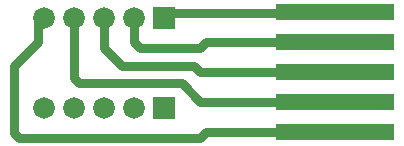
<source format=gtl>
G04*
G04 #@! TF.GenerationSoftware,Altium Limited,Altium Designer,20.0.13 (296)*
G04*
G04 Layer_Physical_Order=1*
G04 Layer_Color=255*
%FSLAX24Y24*%
%MOIN*%
G70*
G01*
G75*
%ADD12R,0.3937X0.0551*%
%ADD16C,0.0300*%
%ADD17C,0.0720*%
%ADD18R,0.0720X0.0720*%
D12*
X34700Y39200D02*
D03*
Y38200D02*
D03*
Y37200D02*
D03*
Y36200D02*
D03*
Y35200D02*
D03*
D16*
X29000Y39000D02*
X29170Y39170D01*
X34670D02*
X34700Y39200D01*
X29170Y39170D02*
X34670D01*
X29580Y36820D02*
X30200Y36200D01*
X26000Y36996D02*
Y39000D01*
Y36996D02*
X26176Y36820D01*
X29580D01*
X27600Y37400D02*
X30000D01*
X28200Y38000D02*
X30200D01*
X24176Y35000D02*
X30200D01*
X24000Y35176D02*
X24176Y35000D01*
X24000Y35176D02*
Y37400D01*
X30200Y35000D02*
X30400Y35200D01*
X24800Y38800D02*
X25000Y39000D01*
X24800Y38200D02*
Y38800D01*
X24000Y37400D02*
X24800Y38200D01*
X30400Y35200D02*
X34400D01*
X30200Y36200D02*
X34400D01*
X27000Y38000D02*
Y39000D01*
Y38000D02*
X27600Y37400D01*
X30000D02*
X30200Y37200D01*
X34200D01*
X28000Y38200D02*
Y39000D01*
Y38200D02*
X28200Y38000D01*
X30200D02*
X30400Y38200D01*
X34400D01*
D17*
X25000Y36000D02*
D03*
X26000D02*
D03*
X27000D02*
D03*
X28000D02*
D03*
X25000Y39000D02*
D03*
X26000D02*
D03*
X27000D02*
D03*
X28000D02*
D03*
D18*
X29000Y36000D02*
D03*
Y39000D02*
D03*
M02*

</source>
